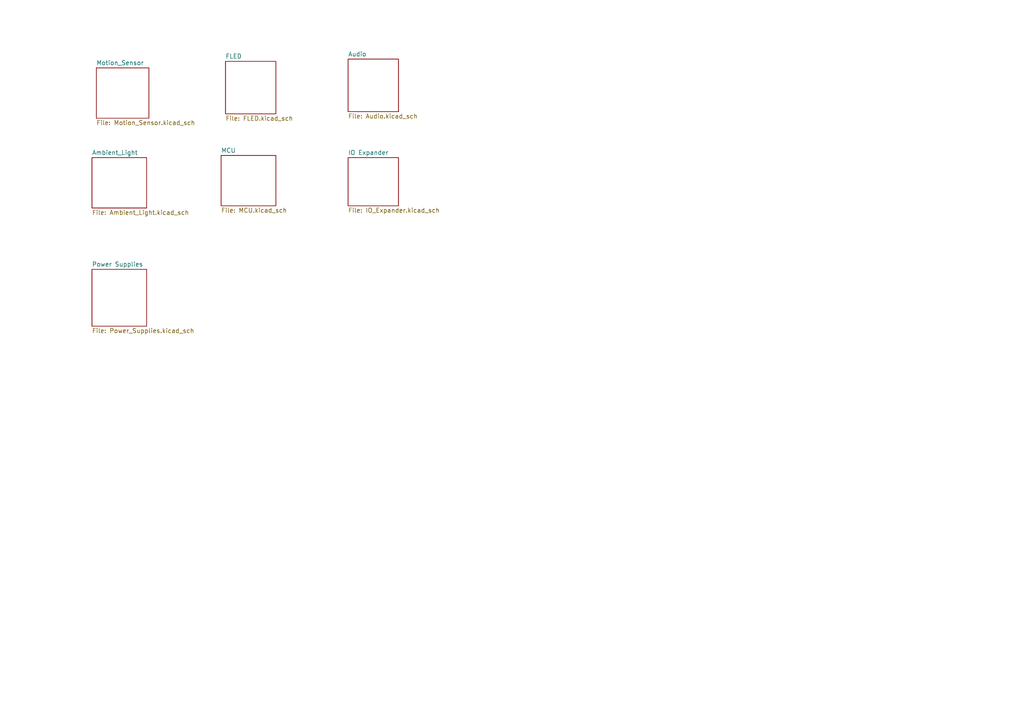
<source format=kicad_sch>
(kicad_sch (version 20230121) (generator eeschema)
  (paper "A4")
  (title_block (title "Beacon Lite") (date "2025-04-13") (rev "1") (company "Beep Boop"))
  (lib_symbols)
  (sheet (at 64.135 45.085) (size 15.875 14.605) (stroke (width 0.1524))
    (property "Sheetname" "MCU" (at 64.135 44.3734 0) (effects (justify left bottom)))
    (property "Sheetfile" "MCU.kicad_sch" (at 64.135 60.2746 0) (effects (justify left top)))
  )
  (sheet (at 65.405 17.78) (size 14.605 15.24) (stroke (width 0.1524))
    (property "Sheetname" "FLED" (at 65.405 17.0684 0) (effects (justify left bottom)))
    (property "Sheetfile" "FLED.kicad_sch" (at 65.405 33.6046 0) (effects (justify left top)))
  )
  (sheet (at 26.67 45.72) (size 15.875 14.605) (stroke (width 0.1524))
    (property "Sheetname" "Ambient_Light" (at 26.67 45.0084 0) (effects (justify left bottom)))
    (property "Sheetfile" "Ambient_Light.kicad_sch" (at 26.67 60.9096 0) (effects (justify left top)))
  )
  (sheet (at 26.67 78.105) (size 15.875 16.51) (stroke (width 0.1524))
    (property "Sheetname" "Power Supplies" (at 26.67 77.3934 0) (effects (justify left bottom)))
    (property "Sheetfile" "Power_Supplies.kicad_sch" (at 26.67 95.1996 0) (effects (justify left top)))
  )
  (sheet (at 100.965 45.72) (size 14.605 13.97) (stroke (width 0.1524))
    (property "Sheetname" "IO Expander" (at 100.965 45.0084 0) (effects (justify left bottom)))
    (property "Sheetfile" "IO_Expander.kicad_sch" (at 100.965 60.2746 0) (effects (justify left top)))
  )
  (sheet (at 27.94 19.685) (size 15.24 14.605) (stroke (width 0.1524))
    (property "Sheetname" "Motion_Sensor" (at 27.94 18.9734 0) (effects (justify left bottom)))
    (property "Sheetfile" "Motion_Sensor.kicad_sch" (at 27.94 34.8746 0) (effects (justify left top)))
  )
  (sheet (at 100.965 17.145) (size 14.605 15.24) (stroke (width 0.1524))
    (property "Sheetname" "Audio" (at 100.965 16.4334 0) (effects (justify left bottom)))
    (property "Sheetfile" "Audio.kicad_sch" (at 100.965 32.9696 0) (effects (justify left top)))
  )
)
</source>
